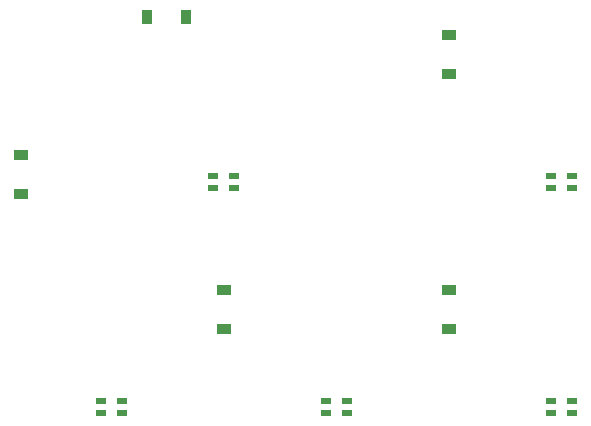
<source format=gbr>
G04 #@! TF.GenerationSoftware,KiCad,Pcbnew,(5.0.0-rc2-dev-471-ge4feb315d)*
G04 #@! TF.CreationDate,2018-05-05T14:14:47+01:00*
G04 #@! TF.ProjectId,cherry_breakout_2u_double_side,6368657272795F627265616B6F75745F,rev?*
G04 #@! TF.SameCoordinates,Original*
G04 #@! TF.FileFunction,Paste,Top*
G04 #@! TF.FilePolarity,Positive*
%FSLAX46Y46*%
G04 Gerber Fmt 4.6, Leading zero omitted, Abs format (unit mm)*
G04 Created by KiCad (PCBNEW (5.0.0-rc2-dev-471-ge4feb315d)) date Sat May  5 14:14:47 2018*
%MOMM*%
%LPD*%
G01*
G04 APERTURE LIST*
%ADD10R,0.850000X0.500000*%
%ADD11R,0.900000X1.200000*%
%ADD12R,1.200000X0.900000*%
G04 APERTURE END LIST*
D10*
X148960000Y-103005000D03*
X148960000Y-104005000D03*
X150760000Y-104005000D03*
X150760000Y-103005000D03*
X141235000Y-122055000D03*
X141235000Y-123055000D03*
X139435000Y-123055000D03*
X139435000Y-122055000D03*
X158485000Y-122055000D03*
X158485000Y-123055000D03*
X160285000Y-123055000D03*
X160285000Y-122055000D03*
X179335000Y-103005000D03*
X179335000Y-104005000D03*
X177535000Y-104005000D03*
X177535000Y-103005000D03*
X177535000Y-122055000D03*
X177535000Y-123055000D03*
X179335000Y-123055000D03*
X179335000Y-122055000D03*
D11*
X143350000Y-89535000D03*
X146650000Y-89535000D03*
D12*
X132715000Y-101220000D03*
X132715000Y-104520000D03*
X149860000Y-115950000D03*
X149860000Y-112650000D03*
X168910000Y-112650000D03*
X168910000Y-115950000D03*
X168910000Y-94360000D03*
X168910000Y-91060000D03*
M02*

</source>
